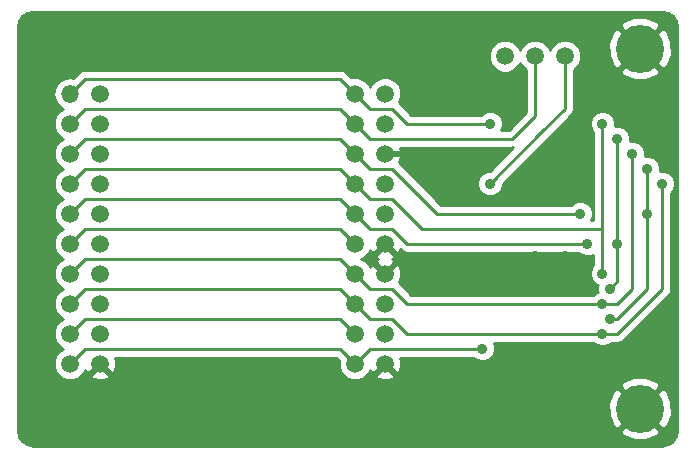
<source format=gbl>
G04 (created by PCBNEW (2013-may-18)-stable) date Wed 29 Apr 2015 08:57:56 PM CEST*
%MOIN*%
G04 Gerber Fmt 3.4, Leading zero omitted, Abs format*
%FSLAX34Y34*%
G01*
G70*
G90*
G04 APERTURE LIST*
%ADD10C,0.00590551*%
%ADD11C,0.0590551*%
%ADD12O,0.0590551X0.0590551*%
%ADD13C,0.16*%
%ADD14C,0.035*%
%ADD15C,0.019685*%
%ADD16C,0.01*%
G04 APERTURE END LIST*
G54D10*
G54D11*
X42000Y-16250D03*
X41000Y-16250D03*
X40000Y-16250D03*
X35000Y-17500D03*
X36000Y-17500D03*
X35000Y-18500D03*
X36000Y-18500D03*
X35000Y-19500D03*
X36000Y-19500D03*
X35000Y-20500D03*
X36000Y-20500D03*
X35000Y-21500D03*
X36000Y-21500D03*
X35000Y-22500D03*
X36000Y-22500D03*
X35000Y-23500D03*
X36000Y-23500D03*
X35000Y-24500D03*
X36000Y-24500D03*
X35000Y-25500D03*
X36000Y-25500D03*
X35000Y-26500D03*
X36000Y-26500D03*
G54D12*
X25500Y-17500D03*
G54D11*
X26500Y-17500D03*
X25500Y-18500D03*
X26500Y-18500D03*
X25500Y-19500D03*
X26500Y-19500D03*
X25500Y-20500D03*
X26500Y-20500D03*
X25500Y-21500D03*
X26500Y-21500D03*
X25500Y-22500D03*
X26500Y-22500D03*
X25500Y-23500D03*
X26500Y-23500D03*
X25500Y-24500D03*
X26500Y-24500D03*
X25500Y-25500D03*
X26500Y-25500D03*
X25500Y-26500D03*
X26500Y-26500D03*
G54D13*
X44500Y-16000D03*
X44500Y-28000D03*
G54D14*
X31150Y-16350D03*
X31150Y-26650D03*
X45450Y-19850D03*
X45450Y-24550D03*
X41000Y-21100D03*
X41000Y-22900D03*
X42500Y-17750D03*
X39350Y-19550D03*
X40450Y-17750D03*
X42000Y-22900D03*
X42000Y-21100D03*
X35500Y-27500D03*
X35500Y-28900D03*
X35500Y-16500D03*
X35500Y-15100D03*
X24600Y-15800D03*
X27400Y-15800D03*
X39250Y-26000D03*
X24600Y-28200D03*
X27400Y-28200D03*
X39500Y-20500D03*
X45250Y-20500D03*
X43250Y-25500D03*
X43500Y-24000D03*
X43750Y-22500D03*
X42750Y-22500D03*
X43750Y-19000D03*
X43500Y-25000D03*
X44750Y-21500D03*
X42500Y-21500D03*
X44750Y-20000D03*
X43250Y-24500D03*
X44250Y-19500D03*
X43250Y-18500D03*
X43250Y-23500D03*
X39500Y-18500D03*
G54D15*
X31150Y-26550D02*
X31150Y-26650D01*
X45550Y-24400D02*
X45550Y-24450D01*
X45550Y-24450D02*
X45450Y-24550D01*
X41050Y-22900D02*
X41000Y-22900D01*
X42000Y-21000D02*
X42000Y-21100D01*
G54D16*
X35000Y-26500D02*
X35500Y-26000D01*
X35500Y-26000D02*
X39250Y-26000D01*
X25500Y-26500D02*
X26000Y-26000D01*
X34500Y-26000D02*
X35000Y-26500D01*
X26000Y-26000D02*
X34500Y-26000D01*
X25500Y-25500D02*
X26000Y-25000D01*
X34500Y-25000D02*
X35000Y-25500D01*
X26000Y-25000D02*
X34500Y-25000D01*
G54D15*
X36000Y-19500D02*
X36800Y-19500D01*
G54D16*
X24600Y-28200D02*
X27400Y-28200D01*
X41250Y-18750D02*
X42000Y-18000D01*
X42000Y-18000D02*
X42000Y-16250D01*
X41250Y-18750D02*
X39500Y-20500D01*
X43750Y-25500D02*
X43250Y-25500D01*
X45250Y-24000D02*
X43750Y-25500D01*
X45250Y-23750D02*
X45250Y-24000D01*
X45250Y-20500D02*
X45250Y-23750D01*
X35000Y-24500D02*
X35500Y-25000D01*
X36750Y-25500D02*
X43250Y-25500D01*
X36250Y-25000D02*
X36750Y-25500D01*
X35500Y-25000D02*
X36250Y-25000D01*
X25500Y-24500D02*
X26000Y-24000D01*
X34500Y-24000D02*
X35000Y-24500D01*
X26000Y-24000D02*
X34500Y-24000D01*
X25500Y-22500D02*
X26000Y-22000D01*
X34500Y-22000D02*
X35000Y-22500D01*
X26000Y-22000D02*
X34500Y-22000D01*
X35500Y-22000D02*
X36250Y-22000D01*
X36250Y-22000D02*
X36750Y-22500D01*
X36750Y-22500D02*
X37000Y-22500D01*
X43750Y-23250D02*
X43750Y-23750D01*
X43750Y-23750D02*
X43500Y-24000D01*
X37000Y-22500D02*
X42750Y-22500D01*
X35000Y-21500D02*
X35500Y-22000D01*
X43750Y-23250D02*
X43750Y-22500D01*
X43750Y-22500D02*
X43750Y-22000D01*
X43750Y-22000D02*
X43750Y-19000D01*
X25500Y-21500D02*
X26000Y-21000D01*
X34500Y-21000D02*
X35000Y-21500D01*
X26000Y-21000D02*
X34500Y-21000D01*
X44750Y-23500D02*
X44750Y-24000D01*
X44750Y-24000D02*
X43750Y-25000D01*
X44750Y-21500D02*
X44750Y-23500D01*
X43750Y-25000D02*
X43500Y-25000D01*
X35000Y-19500D02*
X35500Y-20000D01*
X37750Y-21500D02*
X42500Y-21500D01*
X36250Y-20000D02*
X37750Y-21500D01*
X35500Y-20000D02*
X36250Y-20000D01*
X44750Y-21500D02*
X44750Y-20000D01*
X25500Y-19500D02*
X26000Y-19000D01*
X34500Y-19000D02*
X35000Y-19500D01*
X26000Y-19000D02*
X34500Y-19000D01*
X43250Y-24500D02*
X36750Y-24500D01*
X35500Y-24000D02*
X35000Y-23500D01*
X36250Y-24000D02*
X35500Y-24000D01*
X36750Y-24500D02*
X36250Y-24000D01*
X44250Y-23250D02*
X44250Y-24000D01*
X43750Y-24500D02*
X43250Y-24500D01*
X44250Y-24000D02*
X43750Y-24500D01*
X44250Y-23250D02*
X44250Y-19500D01*
X25500Y-23500D02*
X26000Y-23000D01*
X26000Y-23000D02*
X34500Y-23000D01*
X34500Y-23000D02*
X35000Y-23500D01*
X36000Y-21000D02*
X36250Y-21000D01*
X37250Y-22000D02*
X38000Y-22000D01*
X36250Y-21000D02*
X37250Y-22000D01*
X38000Y-22000D02*
X43250Y-22000D01*
X35000Y-20500D02*
X35500Y-21000D01*
X35500Y-21000D02*
X36000Y-21000D01*
X43250Y-18500D02*
X43250Y-21250D01*
X43250Y-22000D02*
X43250Y-23500D01*
X43250Y-21250D02*
X43250Y-22000D01*
X25500Y-20500D02*
X26000Y-20000D01*
X34500Y-20000D02*
X35000Y-20500D01*
X26000Y-20000D02*
X34500Y-20000D01*
X39500Y-19000D02*
X40250Y-19000D01*
X40250Y-19000D02*
X41000Y-18250D01*
X41000Y-18250D02*
X41000Y-16250D01*
X35000Y-18500D02*
X35500Y-19000D01*
X35500Y-19000D02*
X39500Y-19000D01*
X25500Y-18500D02*
X26000Y-18000D01*
X34500Y-18000D02*
X35000Y-18500D01*
X26000Y-18000D02*
X34500Y-18000D01*
X35000Y-17500D02*
X35500Y-18000D01*
X36250Y-18000D02*
X36750Y-18500D01*
X35500Y-18000D02*
X36250Y-18000D01*
X39500Y-18500D02*
X36750Y-18500D01*
X25500Y-17500D02*
X26000Y-17000D01*
X26000Y-17000D02*
X34500Y-17000D01*
X34500Y-17000D02*
X35000Y-17500D01*
G54D10*
G36*
X26576Y-18505D02*
X26505Y-18576D01*
X26500Y-18570D01*
X26494Y-18576D01*
X26423Y-18505D01*
X26429Y-18500D01*
X26423Y-18494D01*
X26494Y-18423D01*
X26500Y-18429D01*
X26505Y-18423D01*
X26576Y-18494D01*
X26570Y-18500D01*
X26576Y-18505D01*
X26576Y-18505D01*
G37*
G54D16*
X26576Y-18505D02*
X26505Y-18576D01*
X26500Y-18570D01*
X26494Y-18576D01*
X26423Y-18505D01*
X26429Y-18500D01*
X26423Y-18494D01*
X26494Y-18423D01*
X26500Y-18429D01*
X26505Y-18423D01*
X26576Y-18494D01*
X26570Y-18500D01*
X26576Y-18505D01*
G54D10*
G36*
X26576Y-19505D02*
X26505Y-19576D01*
X26500Y-19570D01*
X26494Y-19576D01*
X26423Y-19505D01*
X26429Y-19500D01*
X26423Y-19494D01*
X26494Y-19423D01*
X26500Y-19429D01*
X26505Y-19423D01*
X26576Y-19494D01*
X26570Y-19500D01*
X26576Y-19505D01*
X26576Y-19505D01*
G37*
G54D16*
X26576Y-19505D02*
X26505Y-19576D01*
X26500Y-19570D01*
X26494Y-19576D01*
X26423Y-19505D01*
X26429Y-19500D01*
X26423Y-19494D01*
X26494Y-19423D01*
X26500Y-19429D01*
X26505Y-19423D01*
X26576Y-19494D01*
X26570Y-19500D01*
X26576Y-19505D01*
G54D10*
G36*
X26576Y-20505D02*
X26505Y-20576D01*
X26500Y-20570D01*
X26494Y-20576D01*
X26423Y-20505D01*
X26429Y-20500D01*
X26423Y-20494D01*
X26494Y-20423D01*
X26500Y-20429D01*
X26505Y-20423D01*
X26576Y-20494D01*
X26570Y-20500D01*
X26576Y-20505D01*
X26576Y-20505D01*
G37*
G54D16*
X26576Y-20505D02*
X26505Y-20576D01*
X26500Y-20570D01*
X26494Y-20576D01*
X26423Y-20505D01*
X26429Y-20500D01*
X26423Y-20494D01*
X26494Y-20423D01*
X26500Y-20429D01*
X26505Y-20423D01*
X26576Y-20494D01*
X26570Y-20500D01*
X26576Y-20505D01*
G54D10*
G36*
X26576Y-21505D02*
X26505Y-21576D01*
X26500Y-21570D01*
X26494Y-21576D01*
X26423Y-21505D01*
X26429Y-21500D01*
X26423Y-21494D01*
X26494Y-21423D01*
X26500Y-21429D01*
X26505Y-21423D01*
X26576Y-21494D01*
X26570Y-21500D01*
X26576Y-21505D01*
X26576Y-21505D01*
G37*
G54D16*
X26576Y-21505D02*
X26505Y-21576D01*
X26500Y-21570D01*
X26494Y-21576D01*
X26423Y-21505D01*
X26429Y-21500D01*
X26423Y-21494D01*
X26494Y-21423D01*
X26500Y-21429D01*
X26505Y-21423D01*
X26576Y-21494D01*
X26570Y-21500D01*
X26576Y-21505D01*
G54D10*
G36*
X26576Y-22505D02*
X26505Y-22576D01*
X26500Y-22570D01*
X26494Y-22576D01*
X26423Y-22505D01*
X26429Y-22500D01*
X26423Y-22494D01*
X26494Y-22423D01*
X26500Y-22429D01*
X26505Y-22423D01*
X26576Y-22494D01*
X26570Y-22500D01*
X26576Y-22505D01*
X26576Y-22505D01*
G37*
G54D16*
X26576Y-22505D02*
X26505Y-22576D01*
X26500Y-22570D01*
X26494Y-22576D01*
X26423Y-22505D01*
X26429Y-22500D01*
X26423Y-22494D01*
X26494Y-22423D01*
X26500Y-22429D01*
X26505Y-22423D01*
X26576Y-22494D01*
X26570Y-22500D01*
X26576Y-22505D01*
G54D10*
G36*
X26576Y-23505D02*
X26505Y-23576D01*
X26500Y-23570D01*
X26494Y-23576D01*
X26423Y-23505D01*
X26429Y-23500D01*
X26423Y-23494D01*
X26494Y-23423D01*
X26500Y-23429D01*
X26505Y-23423D01*
X26576Y-23494D01*
X26570Y-23500D01*
X26576Y-23505D01*
X26576Y-23505D01*
G37*
G54D16*
X26576Y-23505D02*
X26505Y-23576D01*
X26500Y-23570D01*
X26494Y-23576D01*
X26423Y-23505D01*
X26429Y-23500D01*
X26423Y-23494D01*
X26494Y-23423D01*
X26500Y-23429D01*
X26505Y-23423D01*
X26576Y-23494D01*
X26570Y-23500D01*
X26576Y-23505D01*
G54D10*
G36*
X26576Y-24505D02*
X26505Y-24576D01*
X26500Y-24570D01*
X26494Y-24576D01*
X26423Y-24505D01*
X26429Y-24500D01*
X26423Y-24494D01*
X26494Y-24423D01*
X26500Y-24429D01*
X26505Y-24423D01*
X26576Y-24494D01*
X26570Y-24500D01*
X26576Y-24505D01*
X26576Y-24505D01*
G37*
G54D16*
X26576Y-24505D02*
X26505Y-24576D01*
X26500Y-24570D01*
X26494Y-24576D01*
X26423Y-24505D01*
X26429Y-24500D01*
X26423Y-24494D01*
X26494Y-24423D01*
X26500Y-24429D01*
X26505Y-24423D01*
X26576Y-24494D01*
X26570Y-24500D01*
X26576Y-24505D01*
G54D10*
G36*
X26576Y-25505D02*
X26505Y-25576D01*
X26500Y-25570D01*
X26494Y-25576D01*
X26423Y-25505D01*
X26429Y-25500D01*
X26423Y-25494D01*
X26494Y-25423D01*
X26500Y-25429D01*
X26505Y-25423D01*
X26576Y-25494D01*
X26570Y-25500D01*
X26576Y-25505D01*
X26576Y-25505D01*
G37*
G54D16*
X26576Y-25505D02*
X26505Y-25576D01*
X26500Y-25570D01*
X26494Y-25576D01*
X26423Y-25505D01*
X26429Y-25500D01*
X26423Y-25494D01*
X26494Y-25423D01*
X26500Y-25429D01*
X26505Y-25423D01*
X26576Y-25494D01*
X26570Y-25500D01*
X26576Y-25505D01*
G54D10*
G36*
X36076Y-18505D02*
X36005Y-18576D01*
X36000Y-18570D01*
X35994Y-18576D01*
X35923Y-18505D01*
X35929Y-18500D01*
X35923Y-18494D01*
X35994Y-18423D01*
X36000Y-18429D01*
X36005Y-18423D01*
X36076Y-18494D01*
X36070Y-18500D01*
X36076Y-18505D01*
X36076Y-18505D01*
G37*
G54D16*
X36076Y-18505D02*
X36005Y-18576D01*
X36000Y-18570D01*
X35994Y-18576D01*
X35923Y-18505D01*
X35929Y-18500D01*
X35923Y-18494D01*
X35994Y-18423D01*
X36000Y-18429D01*
X36005Y-18423D01*
X36076Y-18494D01*
X36070Y-18500D01*
X36076Y-18505D01*
G54D10*
G36*
X36076Y-19505D02*
X36005Y-19576D01*
X36000Y-19570D01*
X35994Y-19576D01*
X35923Y-19505D01*
X35929Y-19500D01*
X35923Y-19494D01*
X35994Y-19423D01*
X36000Y-19429D01*
X36005Y-19423D01*
X36076Y-19494D01*
X36070Y-19500D01*
X36076Y-19505D01*
X36076Y-19505D01*
G37*
G54D16*
X36076Y-19505D02*
X36005Y-19576D01*
X36000Y-19570D01*
X35994Y-19576D01*
X35923Y-19505D01*
X35929Y-19500D01*
X35923Y-19494D01*
X35994Y-19423D01*
X36000Y-19429D01*
X36005Y-19423D01*
X36076Y-19494D01*
X36070Y-19500D01*
X36076Y-19505D01*
G54D10*
G36*
X36076Y-20505D02*
X36005Y-20576D01*
X36000Y-20570D01*
X35994Y-20576D01*
X35923Y-20505D01*
X35929Y-20500D01*
X35923Y-20494D01*
X35994Y-20423D01*
X36000Y-20429D01*
X36005Y-20423D01*
X36076Y-20494D01*
X36070Y-20500D01*
X36076Y-20505D01*
X36076Y-20505D01*
G37*
G54D16*
X36076Y-20505D02*
X36005Y-20576D01*
X36000Y-20570D01*
X35994Y-20576D01*
X35923Y-20505D01*
X35929Y-20500D01*
X35923Y-20494D01*
X35994Y-20423D01*
X36000Y-20429D01*
X36005Y-20423D01*
X36076Y-20494D01*
X36070Y-20500D01*
X36076Y-20505D01*
G54D10*
G36*
X36076Y-21505D02*
X36005Y-21576D01*
X36000Y-21570D01*
X35994Y-21576D01*
X35923Y-21505D01*
X35929Y-21500D01*
X35923Y-21494D01*
X35994Y-21423D01*
X36000Y-21429D01*
X36005Y-21423D01*
X36076Y-21494D01*
X36070Y-21500D01*
X36076Y-21505D01*
X36076Y-21505D01*
G37*
G54D16*
X36076Y-21505D02*
X36005Y-21576D01*
X36000Y-21570D01*
X35994Y-21576D01*
X35923Y-21505D01*
X35929Y-21500D01*
X35923Y-21494D01*
X35994Y-21423D01*
X36000Y-21429D01*
X36005Y-21423D01*
X36076Y-21494D01*
X36070Y-21500D01*
X36076Y-21505D01*
G54D10*
G36*
X36076Y-24505D02*
X36005Y-24576D01*
X36000Y-24570D01*
X35994Y-24576D01*
X35923Y-24505D01*
X35929Y-24500D01*
X35923Y-24494D01*
X35994Y-24423D01*
X36000Y-24429D01*
X36005Y-24423D01*
X36076Y-24494D01*
X36070Y-24500D01*
X36076Y-24505D01*
X36076Y-24505D01*
G37*
G54D16*
X36076Y-24505D02*
X36005Y-24576D01*
X36000Y-24570D01*
X35994Y-24576D01*
X35923Y-24505D01*
X35929Y-24500D01*
X35923Y-24494D01*
X35994Y-24423D01*
X36000Y-24429D01*
X36005Y-24423D01*
X36076Y-24494D01*
X36070Y-24500D01*
X36076Y-24505D01*
G54D10*
G36*
X36076Y-25505D02*
X36005Y-25576D01*
X36000Y-25570D01*
X35994Y-25576D01*
X35923Y-25505D01*
X35929Y-25500D01*
X35923Y-25494D01*
X35994Y-25423D01*
X36000Y-25429D01*
X36005Y-25423D01*
X36076Y-25494D01*
X36070Y-25500D01*
X36076Y-25505D01*
X36076Y-25505D01*
G37*
G54D16*
X36076Y-25505D02*
X36005Y-25576D01*
X36000Y-25570D01*
X35994Y-25576D01*
X35923Y-25505D01*
X35929Y-25500D01*
X35923Y-25494D01*
X35994Y-25423D01*
X36000Y-25429D01*
X36005Y-25423D01*
X36076Y-25494D01*
X36070Y-25500D01*
X36076Y-25505D01*
G54D10*
G36*
X43084Y-24108D02*
X43009Y-24139D01*
X42948Y-24200D01*
X36874Y-24200D01*
X36463Y-23788D01*
X36477Y-23785D01*
X36550Y-23580D01*
X36539Y-23363D01*
X36477Y-23214D01*
X36382Y-23188D01*
X36311Y-23258D01*
X36311Y-23117D01*
X36285Y-23022D01*
X36226Y-23001D01*
X36285Y-22977D01*
X36311Y-22882D01*
X36000Y-22570D01*
X35688Y-22882D01*
X35714Y-22977D01*
X35773Y-22998D01*
X35714Y-23022D01*
X35688Y-23117D01*
X36000Y-23429D01*
X36311Y-23117D01*
X36311Y-23258D01*
X36070Y-23500D01*
X36076Y-23505D01*
X36005Y-23576D01*
X36000Y-23570D01*
X35994Y-23576D01*
X35923Y-23505D01*
X35929Y-23500D01*
X35617Y-23188D01*
X35522Y-23214D01*
X35499Y-23280D01*
X35462Y-23191D01*
X35309Y-23038D01*
X35217Y-23000D01*
X35308Y-22962D01*
X35461Y-22809D01*
X35497Y-22724D01*
X35522Y-22785D01*
X35617Y-22811D01*
X35929Y-22500D01*
X35923Y-22494D01*
X35994Y-22423D01*
X36000Y-22429D01*
X36005Y-22423D01*
X36076Y-22494D01*
X36070Y-22500D01*
X36382Y-22811D01*
X36477Y-22785D01*
X36512Y-22686D01*
X36537Y-22712D01*
X36537Y-22712D01*
X36635Y-22777D01*
X36750Y-22800D01*
X37000Y-22800D01*
X42448Y-22800D01*
X42508Y-22860D01*
X42665Y-22924D01*
X42834Y-22925D01*
X42950Y-22877D01*
X42950Y-23198D01*
X42889Y-23258D01*
X42825Y-23415D01*
X42824Y-23584D01*
X42889Y-23740D01*
X43008Y-23860D01*
X43084Y-23891D01*
X43075Y-23915D01*
X43074Y-24084D01*
X43084Y-24108D01*
X43084Y-24108D01*
G37*
G54D16*
X43084Y-24108D02*
X43009Y-24139D01*
X42948Y-24200D01*
X36874Y-24200D01*
X36463Y-23788D01*
X36477Y-23785D01*
X36550Y-23580D01*
X36539Y-23363D01*
X36477Y-23214D01*
X36382Y-23188D01*
X36311Y-23258D01*
X36311Y-23117D01*
X36285Y-23022D01*
X36226Y-23001D01*
X36285Y-22977D01*
X36311Y-22882D01*
X36000Y-22570D01*
X35688Y-22882D01*
X35714Y-22977D01*
X35773Y-22998D01*
X35714Y-23022D01*
X35688Y-23117D01*
X36000Y-23429D01*
X36311Y-23117D01*
X36311Y-23258D01*
X36070Y-23500D01*
X36076Y-23505D01*
X36005Y-23576D01*
X36000Y-23570D01*
X35994Y-23576D01*
X35923Y-23505D01*
X35929Y-23500D01*
X35617Y-23188D01*
X35522Y-23214D01*
X35499Y-23280D01*
X35462Y-23191D01*
X35309Y-23038D01*
X35217Y-23000D01*
X35308Y-22962D01*
X35461Y-22809D01*
X35497Y-22724D01*
X35522Y-22785D01*
X35617Y-22811D01*
X35929Y-22500D01*
X35923Y-22494D01*
X35994Y-22423D01*
X36000Y-22429D01*
X36005Y-22423D01*
X36076Y-22494D01*
X36070Y-22500D01*
X36382Y-22811D01*
X36477Y-22785D01*
X36512Y-22686D01*
X36537Y-22712D01*
X36537Y-22712D01*
X36635Y-22777D01*
X36750Y-22800D01*
X37000Y-22800D01*
X42448Y-22800D01*
X42508Y-22860D01*
X42665Y-22924D01*
X42834Y-22925D01*
X42950Y-22877D01*
X42950Y-23198D01*
X42889Y-23258D01*
X42825Y-23415D01*
X42824Y-23584D01*
X42889Y-23740D01*
X43008Y-23860D01*
X43084Y-23891D01*
X43075Y-23915D01*
X43074Y-24084D01*
X43084Y-24108D01*
G54D10*
G36*
X45730Y-28722D02*
X45688Y-28932D01*
X45675Y-28952D01*
X45675Y-20415D01*
X45610Y-20259D01*
X45551Y-20200D01*
X45551Y-16201D01*
X45548Y-15783D01*
X45394Y-15411D01*
X45247Y-15323D01*
X45176Y-15394D01*
X45176Y-15252D01*
X45088Y-15105D01*
X44701Y-14948D01*
X44283Y-14951D01*
X43911Y-15105D01*
X43823Y-15252D01*
X44500Y-15929D01*
X45176Y-15252D01*
X45176Y-15394D01*
X44570Y-16000D01*
X45247Y-16676D01*
X45394Y-16588D01*
X45551Y-16201D01*
X45551Y-20200D01*
X45491Y-20139D01*
X45334Y-20075D01*
X45176Y-20074D01*
X45176Y-16747D01*
X44500Y-16070D01*
X44429Y-16141D01*
X44429Y-16000D01*
X43752Y-15323D01*
X43605Y-15411D01*
X43448Y-15798D01*
X43451Y-16216D01*
X43605Y-16588D01*
X43752Y-16676D01*
X44429Y-16000D01*
X44429Y-16141D01*
X43823Y-16747D01*
X43911Y-16894D01*
X44298Y-17051D01*
X44716Y-17048D01*
X45088Y-16894D01*
X45176Y-16747D01*
X45176Y-20074D01*
X45174Y-20074D01*
X45175Y-19915D01*
X45110Y-19759D01*
X44991Y-19639D01*
X44834Y-19575D01*
X44674Y-19574D01*
X44675Y-19415D01*
X44610Y-19259D01*
X44491Y-19139D01*
X44334Y-19075D01*
X44174Y-19074D01*
X44175Y-18915D01*
X44110Y-18759D01*
X43991Y-18639D01*
X43834Y-18575D01*
X43674Y-18574D01*
X43675Y-18415D01*
X43610Y-18259D01*
X43491Y-18139D01*
X43334Y-18075D01*
X43165Y-18074D01*
X43009Y-18139D01*
X42889Y-18258D01*
X42825Y-18415D01*
X42824Y-18584D01*
X42889Y-18740D01*
X42950Y-18801D01*
X42950Y-21250D01*
X42950Y-21700D01*
X42877Y-21700D01*
X42924Y-21584D01*
X42925Y-21415D01*
X42860Y-21259D01*
X42741Y-21139D01*
X42584Y-21075D01*
X42415Y-21074D01*
X42259Y-21139D01*
X42198Y-21200D01*
X37874Y-21200D01*
X36463Y-19788D01*
X36477Y-19785D01*
X36550Y-19580D01*
X36539Y-19363D01*
X36512Y-19300D01*
X39500Y-19300D01*
X40250Y-19300D01*
X40250Y-19299D01*
X40282Y-19293D01*
X39500Y-20075D01*
X39415Y-20074D01*
X39259Y-20139D01*
X39139Y-20258D01*
X39075Y-20415D01*
X39074Y-20584D01*
X39139Y-20740D01*
X39258Y-20860D01*
X39415Y-20924D01*
X39584Y-20925D01*
X39740Y-20860D01*
X39860Y-20741D01*
X39924Y-20584D01*
X39925Y-20499D01*
X41462Y-18962D01*
X41462Y-18962D01*
X41462Y-18962D01*
X42212Y-18212D01*
X42212Y-18212D01*
X42277Y-18114D01*
X42299Y-18000D01*
X42300Y-18000D01*
X42300Y-16716D01*
X42308Y-16712D01*
X42461Y-16559D01*
X42545Y-16358D01*
X42545Y-16142D01*
X42462Y-15941D01*
X42309Y-15788D01*
X42108Y-15704D01*
X41892Y-15704D01*
X41691Y-15787D01*
X41538Y-15940D01*
X41500Y-16032D01*
X41462Y-15941D01*
X41309Y-15788D01*
X41108Y-15704D01*
X40892Y-15704D01*
X40691Y-15787D01*
X40538Y-15940D01*
X40500Y-16032D01*
X40462Y-15941D01*
X40309Y-15788D01*
X40108Y-15704D01*
X39892Y-15704D01*
X39691Y-15787D01*
X39538Y-15940D01*
X39454Y-16141D01*
X39454Y-16357D01*
X39537Y-16558D01*
X39690Y-16711D01*
X39891Y-16795D01*
X40107Y-16795D01*
X40308Y-16712D01*
X40461Y-16559D01*
X40499Y-16467D01*
X40537Y-16558D01*
X40690Y-16711D01*
X40700Y-16715D01*
X40700Y-18125D01*
X40125Y-18700D01*
X39877Y-18700D01*
X39924Y-18584D01*
X39925Y-18415D01*
X39860Y-18259D01*
X39741Y-18139D01*
X39584Y-18075D01*
X39415Y-18074D01*
X39259Y-18139D01*
X39198Y-18200D01*
X36874Y-18200D01*
X36468Y-17794D01*
X36545Y-17608D01*
X36545Y-17392D01*
X36462Y-17191D01*
X36309Y-17038D01*
X36108Y-16954D01*
X35892Y-16954D01*
X35691Y-17037D01*
X35538Y-17190D01*
X35500Y-17282D01*
X35462Y-17191D01*
X35309Y-17038D01*
X35108Y-16954D01*
X34892Y-16954D01*
X34882Y-16958D01*
X34712Y-16787D01*
X34614Y-16722D01*
X34500Y-16700D01*
X26000Y-16700D01*
X25885Y-16722D01*
X25787Y-16787D01*
X25602Y-16973D01*
X25510Y-16954D01*
X25489Y-16954D01*
X25280Y-16996D01*
X25103Y-17114D01*
X24985Y-17291D01*
X24944Y-17500D01*
X24985Y-17708D01*
X25103Y-17885D01*
X25277Y-18001D01*
X25191Y-18037D01*
X25038Y-18190D01*
X24954Y-18391D01*
X24954Y-18607D01*
X25037Y-18808D01*
X25190Y-18961D01*
X25282Y-18999D01*
X25191Y-19037D01*
X25038Y-19190D01*
X24954Y-19391D01*
X24954Y-19607D01*
X25037Y-19808D01*
X25190Y-19961D01*
X25282Y-19999D01*
X25191Y-20037D01*
X25038Y-20190D01*
X24954Y-20391D01*
X24954Y-20607D01*
X25037Y-20808D01*
X25190Y-20961D01*
X25282Y-20999D01*
X25191Y-21037D01*
X25038Y-21190D01*
X24954Y-21391D01*
X24954Y-21607D01*
X25037Y-21808D01*
X25190Y-21961D01*
X25282Y-21999D01*
X25191Y-22037D01*
X25038Y-22190D01*
X24954Y-22391D01*
X24954Y-22607D01*
X25037Y-22808D01*
X25190Y-22961D01*
X25282Y-22999D01*
X25191Y-23037D01*
X25038Y-23190D01*
X24954Y-23391D01*
X24954Y-23607D01*
X25037Y-23808D01*
X25190Y-23961D01*
X25282Y-23999D01*
X25191Y-24037D01*
X25038Y-24190D01*
X24954Y-24391D01*
X24954Y-24607D01*
X25037Y-24808D01*
X25190Y-24961D01*
X25282Y-24999D01*
X25191Y-25037D01*
X25038Y-25190D01*
X24954Y-25391D01*
X24954Y-25607D01*
X25037Y-25808D01*
X25190Y-25961D01*
X25282Y-25999D01*
X25191Y-26037D01*
X25038Y-26190D01*
X24954Y-26391D01*
X24954Y-26607D01*
X25037Y-26808D01*
X25190Y-26961D01*
X25391Y-27045D01*
X25607Y-27045D01*
X25808Y-26962D01*
X25961Y-26809D01*
X25997Y-26724D01*
X26022Y-26785D01*
X26117Y-26811D01*
X26429Y-26500D01*
X26423Y-26494D01*
X26494Y-26423D01*
X26500Y-26429D01*
X26505Y-26423D01*
X26576Y-26494D01*
X26570Y-26500D01*
X26882Y-26811D01*
X26977Y-26785D01*
X27050Y-26580D01*
X27039Y-26363D01*
X27012Y-26300D01*
X34375Y-26300D01*
X34458Y-26382D01*
X34454Y-26391D01*
X34454Y-26607D01*
X34537Y-26808D01*
X34690Y-26961D01*
X34891Y-27045D01*
X35107Y-27045D01*
X35308Y-26962D01*
X35461Y-26809D01*
X35497Y-26724D01*
X35522Y-26785D01*
X35617Y-26811D01*
X35929Y-26500D01*
X35923Y-26494D01*
X35994Y-26423D01*
X36000Y-26429D01*
X36005Y-26423D01*
X36076Y-26494D01*
X36070Y-26500D01*
X36382Y-26811D01*
X36477Y-26785D01*
X36550Y-26580D01*
X36539Y-26363D01*
X36512Y-26300D01*
X38948Y-26300D01*
X39008Y-26360D01*
X39165Y-26424D01*
X39334Y-26425D01*
X39490Y-26360D01*
X39610Y-26241D01*
X39674Y-26084D01*
X39675Y-25915D01*
X39627Y-25800D01*
X42948Y-25800D01*
X43008Y-25860D01*
X43165Y-25924D01*
X43334Y-25925D01*
X43490Y-25860D01*
X43551Y-25800D01*
X43750Y-25800D01*
X43750Y-25799D01*
X43864Y-25777D01*
X43864Y-25777D01*
X43962Y-25712D01*
X45462Y-24212D01*
X45462Y-24212D01*
X45527Y-24114D01*
X45549Y-24000D01*
X45550Y-24000D01*
X45550Y-23750D01*
X45550Y-20801D01*
X45610Y-20741D01*
X45674Y-20584D01*
X45675Y-20415D01*
X45675Y-28952D01*
X45586Y-29085D01*
X45551Y-29108D01*
X45551Y-28201D01*
X45548Y-27783D01*
X45394Y-27411D01*
X45247Y-27323D01*
X45176Y-27394D01*
X45176Y-27252D01*
X45088Y-27105D01*
X44701Y-26948D01*
X44283Y-26951D01*
X43911Y-27105D01*
X43823Y-27252D01*
X44500Y-27929D01*
X45176Y-27252D01*
X45176Y-27394D01*
X44570Y-28000D01*
X45247Y-28676D01*
X45394Y-28588D01*
X45551Y-28201D01*
X45551Y-29108D01*
X45431Y-29189D01*
X45223Y-29230D01*
X45176Y-29230D01*
X45176Y-28747D01*
X44500Y-28070D01*
X44429Y-28141D01*
X44429Y-28000D01*
X43752Y-27323D01*
X43605Y-27411D01*
X43448Y-27798D01*
X43451Y-28216D01*
X43605Y-28588D01*
X43752Y-28676D01*
X44429Y-28000D01*
X44429Y-28141D01*
X43823Y-28747D01*
X43911Y-28894D01*
X44298Y-29051D01*
X44716Y-29048D01*
X45088Y-28894D01*
X45176Y-28747D01*
X45176Y-29230D01*
X36311Y-29230D01*
X36311Y-26882D01*
X36000Y-26570D01*
X35688Y-26882D01*
X35714Y-26977D01*
X35919Y-27050D01*
X36136Y-27039D01*
X36285Y-26977D01*
X36311Y-26882D01*
X36311Y-29230D01*
X26811Y-29230D01*
X26811Y-26882D01*
X26500Y-26570D01*
X26188Y-26882D01*
X26214Y-26977D01*
X26419Y-27050D01*
X26636Y-27039D01*
X26785Y-26977D01*
X26811Y-26882D01*
X26811Y-29230D01*
X24277Y-29230D01*
X24067Y-29188D01*
X23914Y-29086D01*
X23810Y-28931D01*
X23769Y-28723D01*
X23769Y-15276D01*
X23810Y-15068D01*
X23914Y-14913D01*
X24067Y-14811D01*
X24277Y-14769D01*
X45223Y-14769D01*
X45431Y-14810D01*
X45586Y-14914D01*
X45688Y-15067D01*
X45730Y-15277D01*
X45730Y-28722D01*
X45730Y-28722D01*
G37*
G54D16*
X45730Y-28722D02*
X45688Y-28932D01*
X45675Y-28952D01*
X45675Y-20415D01*
X45610Y-20259D01*
X45551Y-20200D01*
X45551Y-16201D01*
X45548Y-15783D01*
X45394Y-15411D01*
X45247Y-15323D01*
X45176Y-15394D01*
X45176Y-15252D01*
X45088Y-15105D01*
X44701Y-14948D01*
X44283Y-14951D01*
X43911Y-15105D01*
X43823Y-15252D01*
X44500Y-15929D01*
X45176Y-15252D01*
X45176Y-15394D01*
X44570Y-16000D01*
X45247Y-16676D01*
X45394Y-16588D01*
X45551Y-16201D01*
X45551Y-20200D01*
X45491Y-20139D01*
X45334Y-20075D01*
X45176Y-20074D01*
X45176Y-16747D01*
X44500Y-16070D01*
X44429Y-16141D01*
X44429Y-16000D01*
X43752Y-15323D01*
X43605Y-15411D01*
X43448Y-15798D01*
X43451Y-16216D01*
X43605Y-16588D01*
X43752Y-16676D01*
X44429Y-16000D01*
X44429Y-16141D01*
X43823Y-16747D01*
X43911Y-16894D01*
X44298Y-17051D01*
X44716Y-17048D01*
X45088Y-16894D01*
X45176Y-16747D01*
X45176Y-20074D01*
X45174Y-20074D01*
X45175Y-19915D01*
X45110Y-19759D01*
X44991Y-19639D01*
X44834Y-19575D01*
X44674Y-19574D01*
X44675Y-19415D01*
X44610Y-19259D01*
X44491Y-19139D01*
X44334Y-19075D01*
X44174Y-19074D01*
X44175Y-18915D01*
X44110Y-18759D01*
X43991Y-18639D01*
X43834Y-18575D01*
X43674Y-18574D01*
X43675Y-18415D01*
X43610Y-18259D01*
X43491Y-18139D01*
X43334Y-18075D01*
X43165Y-18074D01*
X43009Y-18139D01*
X42889Y-18258D01*
X42825Y-18415D01*
X42824Y-18584D01*
X42889Y-18740D01*
X42950Y-18801D01*
X42950Y-21250D01*
X42950Y-21700D01*
X42877Y-21700D01*
X42924Y-21584D01*
X42925Y-21415D01*
X42860Y-21259D01*
X42741Y-21139D01*
X42584Y-21075D01*
X42415Y-21074D01*
X42259Y-21139D01*
X42198Y-21200D01*
X37874Y-21200D01*
X36463Y-19788D01*
X36477Y-19785D01*
X36550Y-19580D01*
X36539Y-19363D01*
X36512Y-19300D01*
X39500Y-19300D01*
X40250Y-19300D01*
X40250Y-19299D01*
X40282Y-19293D01*
X39500Y-20075D01*
X39415Y-20074D01*
X39259Y-20139D01*
X39139Y-20258D01*
X39075Y-20415D01*
X39074Y-20584D01*
X39139Y-20740D01*
X39258Y-20860D01*
X39415Y-20924D01*
X39584Y-20925D01*
X39740Y-20860D01*
X39860Y-20741D01*
X39924Y-20584D01*
X39925Y-20499D01*
X41462Y-18962D01*
X41462Y-18962D01*
X41462Y-18962D01*
X42212Y-18212D01*
X42212Y-18212D01*
X42277Y-18114D01*
X42299Y-18000D01*
X42300Y-18000D01*
X42300Y-16716D01*
X42308Y-16712D01*
X42461Y-16559D01*
X42545Y-16358D01*
X42545Y-16142D01*
X42462Y-15941D01*
X42309Y-15788D01*
X42108Y-15704D01*
X41892Y-15704D01*
X41691Y-15787D01*
X41538Y-15940D01*
X41500Y-16032D01*
X41462Y-15941D01*
X41309Y-15788D01*
X41108Y-15704D01*
X40892Y-15704D01*
X40691Y-15787D01*
X40538Y-15940D01*
X40500Y-16032D01*
X40462Y-15941D01*
X40309Y-15788D01*
X40108Y-15704D01*
X39892Y-15704D01*
X39691Y-15787D01*
X39538Y-15940D01*
X39454Y-16141D01*
X39454Y-16357D01*
X39537Y-16558D01*
X39690Y-16711D01*
X39891Y-16795D01*
X40107Y-16795D01*
X40308Y-16712D01*
X40461Y-16559D01*
X40499Y-16467D01*
X40537Y-16558D01*
X40690Y-16711D01*
X40700Y-16715D01*
X40700Y-18125D01*
X40125Y-18700D01*
X39877Y-18700D01*
X39924Y-18584D01*
X39925Y-18415D01*
X39860Y-18259D01*
X39741Y-18139D01*
X39584Y-18075D01*
X39415Y-18074D01*
X39259Y-18139D01*
X39198Y-18200D01*
X36874Y-18200D01*
X36468Y-17794D01*
X36545Y-17608D01*
X36545Y-17392D01*
X36462Y-17191D01*
X36309Y-17038D01*
X36108Y-16954D01*
X35892Y-16954D01*
X35691Y-17037D01*
X35538Y-17190D01*
X35500Y-17282D01*
X35462Y-17191D01*
X35309Y-17038D01*
X35108Y-16954D01*
X34892Y-16954D01*
X34882Y-16958D01*
X34712Y-16787D01*
X34614Y-16722D01*
X34500Y-16700D01*
X26000Y-16700D01*
X25885Y-16722D01*
X25787Y-16787D01*
X25602Y-16973D01*
X25510Y-16954D01*
X25489Y-16954D01*
X25280Y-16996D01*
X25103Y-17114D01*
X24985Y-17291D01*
X24944Y-17500D01*
X24985Y-17708D01*
X25103Y-17885D01*
X25277Y-18001D01*
X25191Y-18037D01*
X25038Y-18190D01*
X24954Y-18391D01*
X24954Y-18607D01*
X25037Y-18808D01*
X25190Y-18961D01*
X25282Y-18999D01*
X25191Y-19037D01*
X25038Y-19190D01*
X24954Y-19391D01*
X24954Y-19607D01*
X25037Y-19808D01*
X25190Y-19961D01*
X25282Y-19999D01*
X25191Y-20037D01*
X25038Y-20190D01*
X24954Y-20391D01*
X24954Y-20607D01*
X25037Y-20808D01*
X25190Y-20961D01*
X25282Y-20999D01*
X25191Y-21037D01*
X25038Y-21190D01*
X24954Y-21391D01*
X24954Y-21607D01*
X25037Y-21808D01*
X25190Y-21961D01*
X25282Y-21999D01*
X25191Y-22037D01*
X25038Y-22190D01*
X24954Y-22391D01*
X24954Y-22607D01*
X25037Y-22808D01*
X25190Y-22961D01*
X25282Y-22999D01*
X25191Y-23037D01*
X25038Y-23190D01*
X24954Y-23391D01*
X24954Y-23607D01*
X25037Y-23808D01*
X25190Y-23961D01*
X25282Y-23999D01*
X25191Y-24037D01*
X25038Y-24190D01*
X24954Y-24391D01*
X24954Y-24607D01*
X25037Y-24808D01*
X25190Y-24961D01*
X25282Y-24999D01*
X25191Y-25037D01*
X25038Y-25190D01*
X24954Y-25391D01*
X24954Y-25607D01*
X25037Y-25808D01*
X25190Y-25961D01*
X25282Y-25999D01*
X25191Y-26037D01*
X25038Y-26190D01*
X24954Y-26391D01*
X24954Y-26607D01*
X25037Y-26808D01*
X25190Y-26961D01*
X25391Y-27045D01*
X25607Y-27045D01*
X25808Y-26962D01*
X25961Y-26809D01*
X25997Y-26724D01*
X26022Y-26785D01*
X26117Y-26811D01*
X26429Y-26500D01*
X26423Y-26494D01*
X26494Y-26423D01*
X26500Y-26429D01*
X26505Y-26423D01*
X26576Y-26494D01*
X26570Y-26500D01*
X26882Y-26811D01*
X26977Y-26785D01*
X27050Y-26580D01*
X27039Y-26363D01*
X27012Y-26300D01*
X34375Y-26300D01*
X34458Y-26382D01*
X34454Y-26391D01*
X34454Y-26607D01*
X34537Y-26808D01*
X34690Y-26961D01*
X34891Y-27045D01*
X35107Y-27045D01*
X35308Y-26962D01*
X35461Y-26809D01*
X35497Y-26724D01*
X35522Y-26785D01*
X35617Y-26811D01*
X35929Y-26500D01*
X35923Y-26494D01*
X35994Y-26423D01*
X36000Y-26429D01*
X36005Y-26423D01*
X36076Y-26494D01*
X36070Y-26500D01*
X36382Y-26811D01*
X36477Y-26785D01*
X36550Y-26580D01*
X36539Y-26363D01*
X36512Y-26300D01*
X38948Y-26300D01*
X39008Y-26360D01*
X39165Y-26424D01*
X39334Y-26425D01*
X39490Y-26360D01*
X39610Y-26241D01*
X39674Y-26084D01*
X39675Y-25915D01*
X39627Y-25800D01*
X42948Y-25800D01*
X43008Y-25860D01*
X43165Y-25924D01*
X43334Y-25925D01*
X43490Y-25860D01*
X43551Y-25800D01*
X43750Y-25800D01*
X43750Y-25799D01*
X43864Y-25777D01*
X43864Y-25777D01*
X43962Y-25712D01*
X45462Y-24212D01*
X45462Y-24212D01*
X45527Y-24114D01*
X45549Y-24000D01*
X45550Y-24000D01*
X45550Y-23750D01*
X45550Y-20801D01*
X45610Y-20741D01*
X45674Y-20584D01*
X45675Y-20415D01*
X45675Y-28952D01*
X45586Y-29085D01*
X45551Y-29108D01*
X45551Y-28201D01*
X45548Y-27783D01*
X45394Y-27411D01*
X45247Y-27323D01*
X45176Y-27394D01*
X45176Y-27252D01*
X45088Y-27105D01*
X44701Y-26948D01*
X44283Y-26951D01*
X43911Y-27105D01*
X43823Y-27252D01*
X44500Y-27929D01*
X45176Y-27252D01*
X45176Y-27394D01*
X44570Y-28000D01*
X45247Y-28676D01*
X45394Y-28588D01*
X45551Y-28201D01*
X45551Y-29108D01*
X45431Y-29189D01*
X45223Y-29230D01*
X45176Y-29230D01*
X45176Y-28747D01*
X44500Y-28070D01*
X44429Y-28141D01*
X44429Y-28000D01*
X43752Y-27323D01*
X43605Y-27411D01*
X43448Y-27798D01*
X43451Y-28216D01*
X43605Y-28588D01*
X43752Y-28676D01*
X44429Y-28000D01*
X44429Y-28141D01*
X43823Y-28747D01*
X43911Y-28894D01*
X44298Y-29051D01*
X44716Y-29048D01*
X45088Y-28894D01*
X45176Y-28747D01*
X45176Y-29230D01*
X36311Y-29230D01*
X36311Y-26882D01*
X36000Y-26570D01*
X35688Y-26882D01*
X35714Y-26977D01*
X35919Y-27050D01*
X36136Y-27039D01*
X36285Y-26977D01*
X36311Y-26882D01*
X36311Y-29230D01*
X26811Y-29230D01*
X26811Y-26882D01*
X26500Y-26570D01*
X26188Y-26882D01*
X26214Y-26977D01*
X26419Y-27050D01*
X26636Y-27039D01*
X26785Y-26977D01*
X26811Y-26882D01*
X26811Y-29230D01*
X24277Y-29230D01*
X24067Y-29188D01*
X23914Y-29086D01*
X23810Y-28931D01*
X23769Y-28723D01*
X23769Y-15276D01*
X23810Y-15068D01*
X23914Y-14913D01*
X24067Y-14811D01*
X24277Y-14769D01*
X45223Y-14769D01*
X45431Y-14810D01*
X45586Y-14914D01*
X45688Y-15067D01*
X45730Y-15277D01*
X45730Y-28722D01*
M02*

</source>
